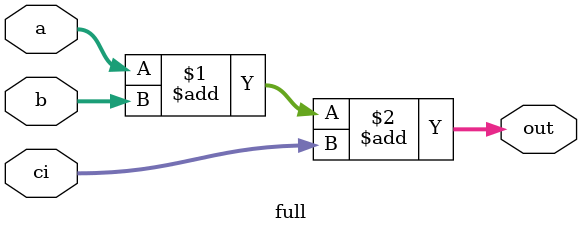
<source format=v>
module full (a, b, ci, out);

input [3:0]a, b, ci;
output [4:0]out;

assign out = a + b + ci;

endmodule

</source>
